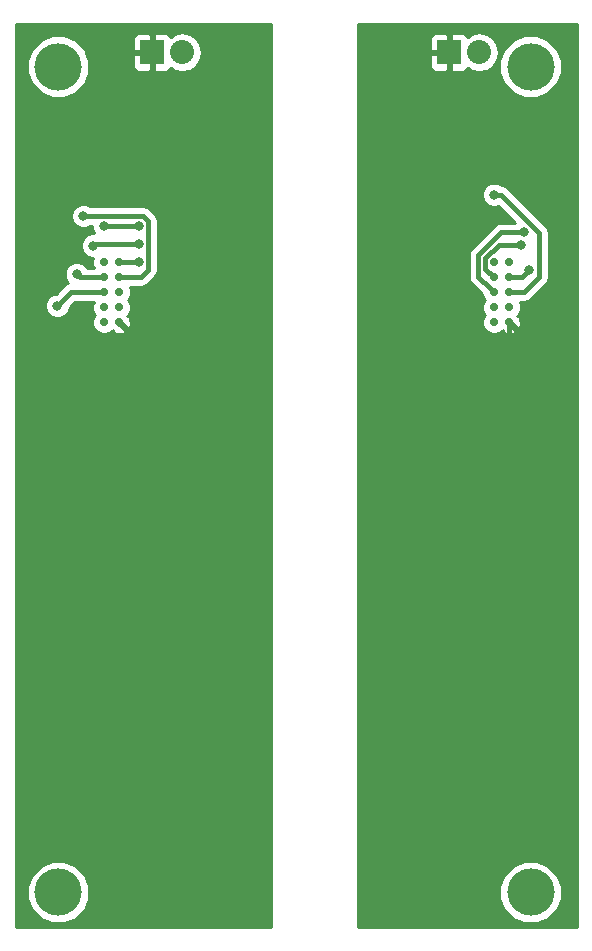
<source format=gbr>
G04 #@! TF.FileFunction,Copper,L2,Bot,Signal*
%FSLAX46Y46*%
G04 Gerber Fmt 4.6, Leading zero omitted, Abs format (unit mm)*
G04 Created by KiCad (PCBNEW (2015-12-07 BZR 6352)-product) date Fri 09 Sep 2016 08:12:53 PM EDT*
%MOMM*%
G01*
G04 APERTURE LIST*
%ADD10C,0.100000*%
%ADD11C,0.700000*%
%ADD12R,2.032000X2.032000*%
%ADD13O,2.032000X2.032000*%
%ADD14C,4.000000*%
%ADD15C,0.800000*%
%ADD16C,0.381000*%
%ADD17C,0.254000*%
G04 APERTURE END LIST*
D10*
D11*
X8890000Y58420000D03*
X10160000Y58420000D03*
X8890000Y57150000D03*
X10160000Y57150000D03*
X8890000Y55880000D03*
X10160000Y55880000D03*
X8890000Y54610000D03*
X10160000Y54610000D03*
X8890000Y53340000D03*
X10160000Y53340000D03*
D12*
X12954000Y76200000D03*
D13*
X15494000Y76200000D03*
D12*
X38100000Y76200000D03*
D13*
X40640000Y76200000D03*
D11*
X41910000Y58420000D03*
X43180000Y58420000D03*
X41910000Y57150000D03*
X43180000Y57150000D03*
X41910000Y55880000D03*
X43180000Y55880000D03*
X41910000Y54610000D03*
X43180000Y54610000D03*
X41910000Y53340000D03*
X43180000Y53340000D03*
D14*
X45000000Y5080000D03*
X5000000Y5080000D03*
X5000000Y75000000D03*
X45000000Y75000000D03*
D15*
X11853268Y58420000D03*
X17145000Y6350000D03*
X17145000Y17145000D03*
X17145000Y27940000D03*
X17145000Y71120000D03*
X17145000Y60325000D03*
X17145000Y49530000D03*
X20320000Y43815000D03*
X17145000Y38735000D03*
X6575229Y57429905D03*
X7143852Y62347491D03*
X4931340Y54740664D03*
X11853268Y61468000D03*
X8890000Y61468000D03*
X7977619Y59831563D03*
X11853268Y59944000D03*
X36195000Y41275000D03*
X36195000Y73660000D03*
X33020000Y68580000D03*
X36195000Y62865000D03*
X33020000Y57785000D03*
X36195000Y52070000D03*
X33020000Y46990000D03*
X36195000Y30480000D03*
X33020000Y25400000D03*
X36195000Y19685000D03*
X33020000Y14605000D03*
X36195000Y8890000D03*
X33020000Y3810000D03*
X44179398Y59919326D03*
X44844835Y57748053D03*
X44450000Y60960000D03*
X41910000Y64135000D03*
D16*
X10160000Y58420000D02*
X11853268Y58420000D01*
X6855134Y57150000D02*
X6575229Y57429905D01*
X8890000Y57150000D02*
X6855134Y57150000D01*
X7143852Y62347491D02*
X12190335Y62347491D01*
X12190335Y62347491D02*
X12643788Y61894038D01*
X12643788Y57812970D02*
X11980818Y57150000D01*
X12643788Y61894038D02*
X12643788Y57812970D01*
X11980818Y57150000D02*
X10160000Y57150000D01*
X6070676Y55880000D02*
X5331339Y55140663D01*
X5331339Y55140663D02*
X4931340Y54740664D01*
X8890000Y55880000D02*
X6070676Y55880000D01*
X8890000Y61468000D02*
X11853268Y61468000D01*
X8090056Y59944000D02*
X7977619Y59831563D01*
X11853268Y59944000D02*
X8090056Y59944000D01*
X43180000Y53340000D02*
X43180000Y51435000D01*
X41910000Y57150000D02*
X41169499Y57890501D01*
X42313384Y59919326D02*
X43613713Y59919326D01*
X41169499Y58775441D02*
X42313384Y59919326D01*
X41169499Y57890501D02*
X41169499Y58775441D01*
X43613713Y59919326D02*
X44179398Y59919326D01*
X44246782Y57150000D02*
X44444836Y57348054D01*
X44444836Y57348054D02*
X44844835Y57748053D01*
X43180000Y57150000D02*
X44246782Y57150000D01*
X41560001Y56229999D02*
X41910000Y55880000D01*
X40588489Y57201511D02*
X41560001Y56229999D01*
X40588489Y59016103D02*
X40588489Y57201511D01*
X42532386Y60960000D02*
X40588489Y59016103D01*
X44450000Y60960000D02*
X42532386Y60960000D01*
X41910000Y64135000D02*
X42475685Y64135000D01*
X43674974Y55880000D02*
X43180000Y55880000D01*
X45697878Y57138557D02*
X44439321Y55880000D01*
X42475685Y64135000D02*
X45697878Y60912807D01*
X44439321Y55880000D02*
X43674974Y55880000D01*
X45697878Y60912807D02*
X45697878Y57138557D01*
D17*
G36*
X22987000Y2159000D02*
X1397000Y2159000D01*
X1397000Y4558166D01*
X2364543Y4558166D01*
X2764853Y3589342D01*
X3505443Y2847458D01*
X4473567Y2445458D01*
X5521834Y2444543D01*
X6490658Y2844853D01*
X7232542Y3585443D01*
X7634542Y4553567D01*
X7635457Y5601834D01*
X7235147Y6570658D01*
X6494557Y7312542D01*
X5526433Y7714542D01*
X4478166Y7715457D01*
X3509342Y7315147D01*
X2767458Y6574557D01*
X2365458Y5606433D01*
X2364543Y4558166D01*
X1397000Y4558166D01*
X1397000Y54535693D01*
X3896161Y54535693D01*
X4053398Y54155149D01*
X4344294Y53863745D01*
X4724563Y53705844D01*
X5136311Y53705485D01*
X5516855Y53862722D01*
X5808259Y54153618D01*
X5966160Y54533887D01*
X5966225Y54608115D01*
X6412609Y55054500D01*
X8008031Y55054500D01*
X7905172Y54806788D01*
X7904830Y54414931D01*
X8054471Y54052771D01*
X8132000Y53975107D01*
X8055445Y53898686D01*
X7905172Y53536788D01*
X7904830Y53144931D01*
X8054471Y52782771D01*
X8331314Y52505445D01*
X8693212Y52355172D01*
X9085069Y52354830D01*
X9447229Y52504471D01*
X9513050Y52570178D01*
X9541418Y52541810D01*
X9658693Y52659085D01*
X9677173Y52459380D01*
X10050925Y52341643D01*
X10441282Y52375897D01*
X10642827Y52459380D01*
X10661307Y52659088D01*
X10160000Y53160395D01*
X10145858Y53146253D01*
X9966253Y53325858D01*
X9980395Y53340000D01*
X9966253Y53354143D01*
X10145858Y53533748D01*
X10160000Y53519605D01*
X10174143Y53533748D01*
X10353748Y53354143D01*
X10339605Y53340000D01*
X10840912Y52838693D01*
X11040620Y52857173D01*
X11158357Y53230925D01*
X11124103Y53621282D01*
X11040620Y53822827D01*
X10840915Y53841307D01*
X10958190Y53958582D01*
X10929950Y53986822D01*
X10994555Y54051314D01*
X11144828Y54413212D01*
X11145170Y54805069D01*
X10995529Y55167229D01*
X10918000Y55244893D01*
X10994555Y55321314D01*
X11144828Y55683212D01*
X11145170Y56075069D01*
X11042108Y56324500D01*
X11980818Y56324500D01*
X12296724Y56387337D01*
X12564535Y56566283D01*
X13227505Y57229253D01*
X13406451Y57497064D01*
X13469288Y57812970D01*
X13469288Y61894038D01*
X13406451Y62209943D01*
X13227505Y62477755D01*
X13227502Y62477757D01*
X12774052Y62931208D01*
X12506241Y63110154D01*
X12190335Y63172991D01*
X7782227Y63172991D01*
X7730898Y63224410D01*
X7350629Y63382311D01*
X6938881Y63382670D01*
X6558337Y63225433D01*
X6266933Y62934537D01*
X6109032Y62554268D01*
X6108673Y62142520D01*
X6265910Y61761976D01*
X6556806Y61470572D01*
X6937075Y61312671D01*
X7348823Y61312312D01*
X7729367Y61469549D01*
X7781901Y61521991D01*
X7855047Y61521991D01*
X7854821Y61263029D01*
X8012058Y60882485D01*
X8027996Y60866519D01*
X7772648Y60866742D01*
X7392104Y60709505D01*
X7100700Y60418609D01*
X6942799Y60038340D01*
X6942440Y59626592D01*
X7099677Y59246048D01*
X7390573Y58954644D01*
X7770842Y58796743D01*
X7979820Y58796561D01*
X7905172Y58616788D01*
X7904830Y58224931D01*
X8007892Y57975500D01*
X7469666Y57975500D01*
X7453171Y58015420D01*
X7162275Y58306824D01*
X6782006Y58464725D01*
X6370258Y58465084D01*
X5989714Y58307847D01*
X5698310Y58016951D01*
X5540409Y57636682D01*
X5540050Y57224934D01*
X5697287Y56844390D01*
X5874824Y56666543D01*
X5754771Y56642663D01*
X5486959Y56463717D01*
X5486957Y56463714D01*
X4799022Y55775780D01*
X4726369Y55775843D01*
X4345825Y55618606D01*
X4054421Y55327710D01*
X3896520Y54947441D01*
X3896161Y54535693D01*
X1397000Y54535693D01*
X1397000Y74478166D01*
X2364543Y74478166D01*
X2764853Y73509342D01*
X3505443Y72767458D01*
X4473567Y72365458D01*
X5521834Y72364543D01*
X6490658Y72764853D01*
X7232542Y73505443D01*
X7634542Y74473567D01*
X7635457Y75521834D01*
X7473314Y75914250D01*
X11303000Y75914250D01*
X11303000Y75057691D01*
X11399673Y74824302D01*
X11578301Y74645673D01*
X11811690Y74549000D01*
X12668250Y74549000D01*
X12827000Y74707750D01*
X12827000Y76073000D01*
X11461750Y76073000D01*
X11303000Y75914250D01*
X7473314Y75914250D01*
X7235147Y76490658D01*
X6494557Y77232542D01*
X6230209Y77342309D01*
X11303000Y77342309D01*
X11303000Y76485750D01*
X11461750Y76327000D01*
X12827000Y76327000D01*
X12827000Y77692250D01*
X13081000Y77692250D01*
X13081000Y76327000D01*
X13101000Y76327000D01*
X13101000Y76073000D01*
X13081000Y76073000D01*
X13081000Y74707750D01*
X13239750Y74549000D01*
X14096310Y74549000D01*
X14329699Y74645673D01*
X14508327Y74824302D01*
X14525999Y74866966D01*
X14862190Y74642330D01*
X15494000Y74516655D01*
X16125810Y74642330D01*
X16661433Y75000222D01*
X17019325Y75535845D01*
X17145000Y76167655D01*
X17145000Y76232345D01*
X17019325Y76864155D01*
X16661433Y77399778D01*
X16125810Y77757670D01*
X15494000Y77883345D01*
X14862190Y77757670D01*
X14525999Y77533034D01*
X14508327Y77575698D01*
X14329699Y77754327D01*
X14096310Y77851000D01*
X13239750Y77851000D01*
X13081000Y77692250D01*
X12827000Y77692250D01*
X12668250Y77851000D01*
X11811690Y77851000D01*
X11578301Y77754327D01*
X11399673Y77575698D01*
X11303000Y77342309D01*
X6230209Y77342309D01*
X5526433Y77634542D01*
X4478166Y77635457D01*
X3509342Y77235147D01*
X2767458Y76494557D01*
X2365458Y75526433D01*
X2364543Y74478166D01*
X1397000Y74478166D01*
X1397000Y78613000D01*
X22987000Y78613000D01*
X22987000Y2159000D01*
X22987000Y2159000D01*
G37*
X22987000Y2159000D02*
X1397000Y2159000D01*
X1397000Y4558166D01*
X2364543Y4558166D01*
X2764853Y3589342D01*
X3505443Y2847458D01*
X4473567Y2445458D01*
X5521834Y2444543D01*
X6490658Y2844853D01*
X7232542Y3585443D01*
X7634542Y4553567D01*
X7635457Y5601834D01*
X7235147Y6570658D01*
X6494557Y7312542D01*
X5526433Y7714542D01*
X4478166Y7715457D01*
X3509342Y7315147D01*
X2767458Y6574557D01*
X2365458Y5606433D01*
X2364543Y4558166D01*
X1397000Y4558166D01*
X1397000Y54535693D01*
X3896161Y54535693D01*
X4053398Y54155149D01*
X4344294Y53863745D01*
X4724563Y53705844D01*
X5136311Y53705485D01*
X5516855Y53862722D01*
X5808259Y54153618D01*
X5966160Y54533887D01*
X5966225Y54608115D01*
X6412609Y55054500D01*
X8008031Y55054500D01*
X7905172Y54806788D01*
X7904830Y54414931D01*
X8054471Y54052771D01*
X8132000Y53975107D01*
X8055445Y53898686D01*
X7905172Y53536788D01*
X7904830Y53144931D01*
X8054471Y52782771D01*
X8331314Y52505445D01*
X8693212Y52355172D01*
X9085069Y52354830D01*
X9447229Y52504471D01*
X9513050Y52570178D01*
X9541418Y52541810D01*
X9658693Y52659085D01*
X9677173Y52459380D01*
X10050925Y52341643D01*
X10441282Y52375897D01*
X10642827Y52459380D01*
X10661307Y52659088D01*
X10160000Y53160395D01*
X10145858Y53146253D01*
X9966253Y53325858D01*
X9980395Y53340000D01*
X9966253Y53354143D01*
X10145858Y53533748D01*
X10160000Y53519605D01*
X10174143Y53533748D01*
X10353748Y53354143D01*
X10339605Y53340000D01*
X10840912Y52838693D01*
X11040620Y52857173D01*
X11158357Y53230925D01*
X11124103Y53621282D01*
X11040620Y53822827D01*
X10840915Y53841307D01*
X10958190Y53958582D01*
X10929950Y53986822D01*
X10994555Y54051314D01*
X11144828Y54413212D01*
X11145170Y54805069D01*
X10995529Y55167229D01*
X10918000Y55244893D01*
X10994555Y55321314D01*
X11144828Y55683212D01*
X11145170Y56075069D01*
X11042108Y56324500D01*
X11980818Y56324500D01*
X12296724Y56387337D01*
X12564535Y56566283D01*
X13227505Y57229253D01*
X13406451Y57497064D01*
X13469288Y57812970D01*
X13469288Y61894038D01*
X13406451Y62209943D01*
X13227505Y62477755D01*
X13227502Y62477757D01*
X12774052Y62931208D01*
X12506241Y63110154D01*
X12190335Y63172991D01*
X7782227Y63172991D01*
X7730898Y63224410D01*
X7350629Y63382311D01*
X6938881Y63382670D01*
X6558337Y63225433D01*
X6266933Y62934537D01*
X6109032Y62554268D01*
X6108673Y62142520D01*
X6265910Y61761976D01*
X6556806Y61470572D01*
X6937075Y61312671D01*
X7348823Y61312312D01*
X7729367Y61469549D01*
X7781901Y61521991D01*
X7855047Y61521991D01*
X7854821Y61263029D01*
X8012058Y60882485D01*
X8027996Y60866519D01*
X7772648Y60866742D01*
X7392104Y60709505D01*
X7100700Y60418609D01*
X6942799Y60038340D01*
X6942440Y59626592D01*
X7099677Y59246048D01*
X7390573Y58954644D01*
X7770842Y58796743D01*
X7979820Y58796561D01*
X7905172Y58616788D01*
X7904830Y58224931D01*
X8007892Y57975500D01*
X7469666Y57975500D01*
X7453171Y58015420D01*
X7162275Y58306824D01*
X6782006Y58464725D01*
X6370258Y58465084D01*
X5989714Y58307847D01*
X5698310Y58016951D01*
X5540409Y57636682D01*
X5540050Y57224934D01*
X5697287Y56844390D01*
X5874824Y56666543D01*
X5754771Y56642663D01*
X5486959Y56463717D01*
X5486957Y56463714D01*
X4799022Y55775780D01*
X4726369Y55775843D01*
X4345825Y55618606D01*
X4054421Y55327710D01*
X3896520Y54947441D01*
X3896161Y54535693D01*
X1397000Y54535693D01*
X1397000Y74478166D01*
X2364543Y74478166D01*
X2764853Y73509342D01*
X3505443Y72767458D01*
X4473567Y72365458D01*
X5521834Y72364543D01*
X6490658Y72764853D01*
X7232542Y73505443D01*
X7634542Y74473567D01*
X7635457Y75521834D01*
X7473314Y75914250D01*
X11303000Y75914250D01*
X11303000Y75057691D01*
X11399673Y74824302D01*
X11578301Y74645673D01*
X11811690Y74549000D01*
X12668250Y74549000D01*
X12827000Y74707750D01*
X12827000Y76073000D01*
X11461750Y76073000D01*
X11303000Y75914250D01*
X7473314Y75914250D01*
X7235147Y76490658D01*
X6494557Y77232542D01*
X6230209Y77342309D01*
X11303000Y77342309D01*
X11303000Y76485750D01*
X11461750Y76327000D01*
X12827000Y76327000D01*
X12827000Y77692250D01*
X13081000Y77692250D01*
X13081000Y76327000D01*
X13101000Y76327000D01*
X13101000Y76073000D01*
X13081000Y76073000D01*
X13081000Y74707750D01*
X13239750Y74549000D01*
X14096310Y74549000D01*
X14329699Y74645673D01*
X14508327Y74824302D01*
X14525999Y74866966D01*
X14862190Y74642330D01*
X15494000Y74516655D01*
X16125810Y74642330D01*
X16661433Y75000222D01*
X17019325Y75535845D01*
X17145000Y76167655D01*
X17145000Y76232345D01*
X17019325Y76864155D01*
X16661433Y77399778D01*
X16125810Y77757670D01*
X15494000Y77883345D01*
X14862190Y77757670D01*
X14525999Y77533034D01*
X14508327Y77575698D01*
X14329699Y77754327D01*
X14096310Y77851000D01*
X13239750Y77851000D01*
X13081000Y77692250D01*
X12827000Y77692250D01*
X12668250Y77851000D01*
X11811690Y77851000D01*
X11578301Y77754327D01*
X11399673Y77575698D01*
X11303000Y77342309D01*
X6230209Y77342309D01*
X5526433Y77634542D01*
X4478166Y77635457D01*
X3509342Y77235147D01*
X2767458Y76494557D01*
X2365458Y75526433D01*
X2364543Y74478166D01*
X1397000Y74478166D01*
X1397000Y78613000D01*
X22987000Y78613000D01*
X22987000Y2159000D01*
G36*
X48895000Y2159000D02*
X30353000Y2159000D01*
X30353000Y4558166D01*
X42364543Y4558166D01*
X42764853Y3589342D01*
X43505443Y2847458D01*
X44473567Y2445458D01*
X45521834Y2444543D01*
X46490658Y2844853D01*
X47232542Y3585443D01*
X47634542Y4553567D01*
X47635457Y5601834D01*
X47235147Y6570658D01*
X46494557Y7312542D01*
X45526433Y7714542D01*
X44478166Y7715457D01*
X43509342Y7315147D01*
X42767458Y6574557D01*
X42365458Y5606433D01*
X42364543Y4558166D01*
X30353000Y4558166D01*
X30353000Y59016103D01*
X39762989Y59016103D01*
X39762989Y57201511D01*
X39825826Y56885605D01*
X40004772Y56617794D01*
X40924841Y55697726D01*
X40924830Y55684931D01*
X41074471Y55322771D01*
X41152000Y55245107D01*
X41075445Y55168686D01*
X40925172Y54806788D01*
X40924830Y54414931D01*
X41074471Y54052771D01*
X41152000Y53975107D01*
X41075445Y53898686D01*
X40925172Y53536788D01*
X40924830Y53144931D01*
X41074471Y52782771D01*
X41351314Y52505445D01*
X41713212Y52355172D01*
X42105069Y52354830D01*
X42467229Y52504471D01*
X42533050Y52570178D01*
X42561418Y52541810D01*
X42678693Y52659085D01*
X42697173Y52459380D01*
X43070925Y52341643D01*
X43461282Y52375897D01*
X43662827Y52459380D01*
X43681307Y52659088D01*
X43180000Y53160395D01*
X43165858Y53146253D01*
X42986253Y53325858D01*
X43000395Y53340000D01*
X42986253Y53354143D01*
X43165858Y53533748D01*
X43180000Y53519605D01*
X43194143Y53533748D01*
X43373748Y53354143D01*
X43359605Y53340000D01*
X43860912Y52838693D01*
X44060620Y52857173D01*
X44178357Y53230925D01*
X44144103Y53621282D01*
X44060620Y53822827D01*
X43860915Y53841307D01*
X43978190Y53958582D01*
X43949950Y53986822D01*
X44014555Y54051314D01*
X44164828Y54413212D01*
X44165170Y54805069D01*
X44062108Y55054500D01*
X44439321Y55054500D01*
X44755227Y55117337D01*
X45023038Y55296283D01*
X46281592Y56554838D01*
X46281595Y56554840D01*
X46460541Y56822652D01*
X46523378Y57138557D01*
X46523378Y60912807D01*
X46460541Y61228712D01*
X46460541Y61228713D01*
X46281595Y61496524D01*
X43059402Y64718717D01*
X42791591Y64897663D01*
X42566385Y64942459D01*
X42497046Y65011919D01*
X42116777Y65169820D01*
X41705029Y65170179D01*
X41324485Y65012942D01*
X41033081Y64722046D01*
X40875180Y64341777D01*
X40874821Y63930029D01*
X41032058Y63549485D01*
X41322954Y63258081D01*
X41703223Y63100180D01*
X42114971Y63099821D01*
X42276633Y63166618D01*
X43657751Y61785500D01*
X42532391Y61785500D01*
X42532386Y61785501D01*
X42216481Y61722663D01*
X41948669Y61543717D01*
X41948667Y61543714D01*
X40004772Y59599820D01*
X39825826Y59332009D01*
X39825826Y59332008D01*
X39762989Y59016103D01*
X30353000Y59016103D01*
X30353000Y74478166D01*
X42364543Y74478166D01*
X42764853Y73509342D01*
X43505443Y72767458D01*
X44473567Y72365458D01*
X45521834Y72364543D01*
X46490658Y72764853D01*
X47232542Y73505443D01*
X47634542Y74473567D01*
X47635457Y75521834D01*
X47235147Y76490658D01*
X46494557Y77232542D01*
X45526433Y77634542D01*
X44478166Y77635457D01*
X43509342Y77235147D01*
X42767458Y76494557D01*
X42365458Y75526433D01*
X42364543Y74478166D01*
X30353000Y74478166D01*
X30353000Y75914250D01*
X36449000Y75914250D01*
X36449000Y75057691D01*
X36545673Y74824302D01*
X36724301Y74645673D01*
X36957690Y74549000D01*
X37814250Y74549000D01*
X37973000Y74707750D01*
X37973000Y76073000D01*
X36607750Y76073000D01*
X36449000Y75914250D01*
X30353000Y75914250D01*
X30353000Y77342309D01*
X36449000Y77342309D01*
X36449000Y76485750D01*
X36607750Y76327000D01*
X37973000Y76327000D01*
X37973000Y77692250D01*
X38227000Y77692250D01*
X38227000Y76327000D01*
X38247000Y76327000D01*
X38247000Y76073000D01*
X38227000Y76073000D01*
X38227000Y74707750D01*
X38385750Y74549000D01*
X39242310Y74549000D01*
X39475699Y74645673D01*
X39654327Y74824302D01*
X39671999Y74866966D01*
X40008190Y74642330D01*
X40640000Y74516655D01*
X41271810Y74642330D01*
X41807433Y75000222D01*
X42165325Y75535845D01*
X42291000Y76167655D01*
X42291000Y76232345D01*
X42165325Y76864155D01*
X41807433Y77399778D01*
X41271810Y77757670D01*
X40640000Y77883345D01*
X40008190Y77757670D01*
X39671999Y77533034D01*
X39654327Y77575698D01*
X39475699Y77754327D01*
X39242310Y77851000D01*
X38385750Y77851000D01*
X38227000Y77692250D01*
X37973000Y77692250D01*
X37814250Y77851000D01*
X36957690Y77851000D01*
X36724301Y77754327D01*
X36545673Y77575698D01*
X36449000Y77342309D01*
X30353000Y77342309D01*
X30353000Y78613000D01*
X48895000Y78613000D01*
X48895000Y2159000D01*
X48895000Y2159000D01*
G37*
X48895000Y2159000D02*
X30353000Y2159000D01*
X30353000Y4558166D01*
X42364543Y4558166D01*
X42764853Y3589342D01*
X43505443Y2847458D01*
X44473567Y2445458D01*
X45521834Y2444543D01*
X46490658Y2844853D01*
X47232542Y3585443D01*
X47634542Y4553567D01*
X47635457Y5601834D01*
X47235147Y6570658D01*
X46494557Y7312542D01*
X45526433Y7714542D01*
X44478166Y7715457D01*
X43509342Y7315147D01*
X42767458Y6574557D01*
X42365458Y5606433D01*
X42364543Y4558166D01*
X30353000Y4558166D01*
X30353000Y59016103D01*
X39762989Y59016103D01*
X39762989Y57201511D01*
X39825826Y56885605D01*
X40004772Y56617794D01*
X40924841Y55697726D01*
X40924830Y55684931D01*
X41074471Y55322771D01*
X41152000Y55245107D01*
X41075445Y55168686D01*
X40925172Y54806788D01*
X40924830Y54414931D01*
X41074471Y54052771D01*
X41152000Y53975107D01*
X41075445Y53898686D01*
X40925172Y53536788D01*
X40924830Y53144931D01*
X41074471Y52782771D01*
X41351314Y52505445D01*
X41713212Y52355172D01*
X42105069Y52354830D01*
X42467229Y52504471D01*
X42533050Y52570178D01*
X42561418Y52541810D01*
X42678693Y52659085D01*
X42697173Y52459380D01*
X43070925Y52341643D01*
X43461282Y52375897D01*
X43662827Y52459380D01*
X43681307Y52659088D01*
X43180000Y53160395D01*
X43165858Y53146253D01*
X42986253Y53325858D01*
X43000395Y53340000D01*
X42986253Y53354143D01*
X43165858Y53533748D01*
X43180000Y53519605D01*
X43194143Y53533748D01*
X43373748Y53354143D01*
X43359605Y53340000D01*
X43860912Y52838693D01*
X44060620Y52857173D01*
X44178357Y53230925D01*
X44144103Y53621282D01*
X44060620Y53822827D01*
X43860915Y53841307D01*
X43978190Y53958582D01*
X43949950Y53986822D01*
X44014555Y54051314D01*
X44164828Y54413212D01*
X44165170Y54805069D01*
X44062108Y55054500D01*
X44439321Y55054500D01*
X44755227Y55117337D01*
X45023038Y55296283D01*
X46281592Y56554838D01*
X46281595Y56554840D01*
X46460541Y56822652D01*
X46523378Y57138557D01*
X46523378Y60912807D01*
X46460541Y61228712D01*
X46460541Y61228713D01*
X46281595Y61496524D01*
X43059402Y64718717D01*
X42791591Y64897663D01*
X42566385Y64942459D01*
X42497046Y65011919D01*
X42116777Y65169820D01*
X41705029Y65170179D01*
X41324485Y65012942D01*
X41033081Y64722046D01*
X40875180Y64341777D01*
X40874821Y63930029D01*
X41032058Y63549485D01*
X41322954Y63258081D01*
X41703223Y63100180D01*
X42114971Y63099821D01*
X42276633Y63166618D01*
X43657751Y61785500D01*
X42532391Y61785500D01*
X42532386Y61785501D01*
X42216481Y61722663D01*
X41948669Y61543717D01*
X41948667Y61543714D01*
X40004772Y59599820D01*
X39825826Y59332009D01*
X39825826Y59332008D01*
X39762989Y59016103D01*
X30353000Y59016103D01*
X30353000Y74478166D01*
X42364543Y74478166D01*
X42764853Y73509342D01*
X43505443Y72767458D01*
X44473567Y72365458D01*
X45521834Y72364543D01*
X46490658Y72764853D01*
X47232542Y73505443D01*
X47634542Y74473567D01*
X47635457Y75521834D01*
X47235147Y76490658D01*
X46494557Y77232542D01*
X45526433Y77634542D01*
X44478166Y77635457D01*
X43509342Y77235147D01*
X42767458Y76494557D01*
X42365458Y75526433D01*
X42364543Y74478166D01*
X30353000Y74478166D01*
X30353000Y75914250D01*
X36449000Y75914250D01*
X36449000Y75057691D01*
X36545673Y74824302D01*
X36724301Y74645673D01*
X36957690Y74549000D01*
X37814250Y74549000D01*
X37973000Y74707750D01*
X37973000Y76073000D01*
X36607750Y76073000D01*
X36449000Y75914250D01*
X30353000Y75914250D01*
X30353000Y77342309D01*
X36449000Y77342309D01*
X36449000Y76485750D01*
X36607750Y76327000D01*
X37973000Y76327000D01*
X37973000Y77692250D01*
X38227000Y77692250D01*
X38227000Y76327000D01*
X38247000Y76327000D01*
X38247000Y76073000D01*
X38227000Y76073000D01*
X38227000Y74707750D01*
X38385750Y74549000D01*
X39242310Y74549000D01*
X39475699Y74645673D01*
X39654327Y74824302D01*
X39671999Y74866966D01*
X40008190Y74642330D01*
X40640000Y74516655D01*
X41271810Y74642330D01*
X41807433Y75000222D01*
X42165325Y75535845D01*
X42291000Y76167655D01*
X42291000Y76232345D01*
X42165325Y76864155D01*
X41807433Y77399778D01*
X41271810Y77757670D01*
X40640000Y77883345D01*
X40008190Y77757670D01*
X39671999Y77533034D01*
X39654327Y77575698D01*
X39475699Y77754327D01*
X39242310Y77851000D01*
X38385750Y77851000D01*
X38227000Y77692250D01*
X37973000Y77692250D01*
X37814250Y77851000D01*
X36957690Y77851000D01*
X36724301Y77754327D01*
X36545673Y77575698D01*
X36449000Y77342309D01*
X30353000Y77342309D01*
X30353000Y78613000D01*
X48895000Y78613000D01*
X48895000Y2159000D01*
M02*

</source>
